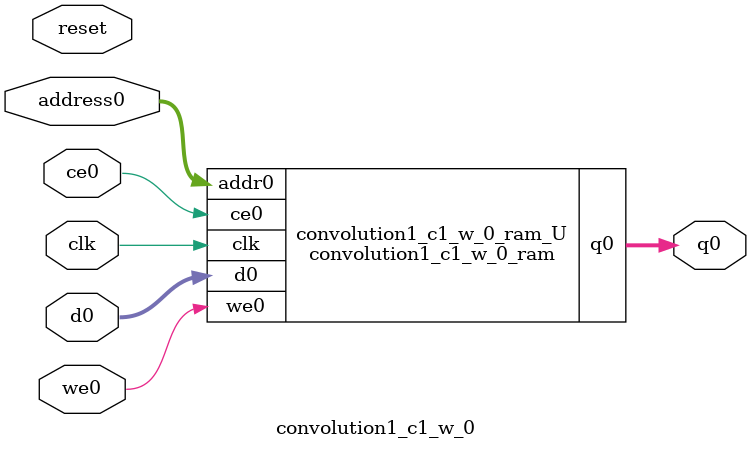
<source format=v>

`timescale 1 ns / 1 ps
module convolution1_c1_w_0_ram (addr0, ce0, d0, we0, q0,  clk);

parameter DWIDTH = 32;
parameter AWIDTH = 8;
parameter MEM_SIZE = 150;

input[AWIDTH-1:0] addr0;
input ce0;
input[DWIDTH-1:0] d0;
input we0;
output reg[DWIDTH-1:0] q0;
input clk;

(* ram_style = "block" *)reg [DWIDTH-1:0] ram[0:MEM_SIZE-1];




always @(posedge clk)  
begin 
    if (ce0) 
    begin
        if (we0) 
        begin 
            ram[addr0] <= d0; 
            q0 <= d0;
        end 
        else 
            q0 <= ram[addr0];
    end
end


endmodule


`timescale 1 ns / 1 ps
module convolution1_c1_w_0(
    reset,
    clk,
    address0,
    ce0,
    we0,
    d0,
    q0);

parameter DataWidth = 32'd32;
parameter AddressRange = 32'd150;
parameter AddressWidth = 32'd8;
input reset;
input clk;
input[AddressWidth - 1:0] address0;
input ce0;
input we0;
input[DataWidth - 1:0] d0;
output[DataWidth - 1:0] q0;



convolution1_c1_w_0_ram convolution1_c1_w_0_ram_U(
    .clk( clk ),
    .addr0( address0 ),
    .ce0( ce0 ),
    .d0( d0 ),
    .we0( we0 ),
    .q0( q0 ));

endmodule


</source>
